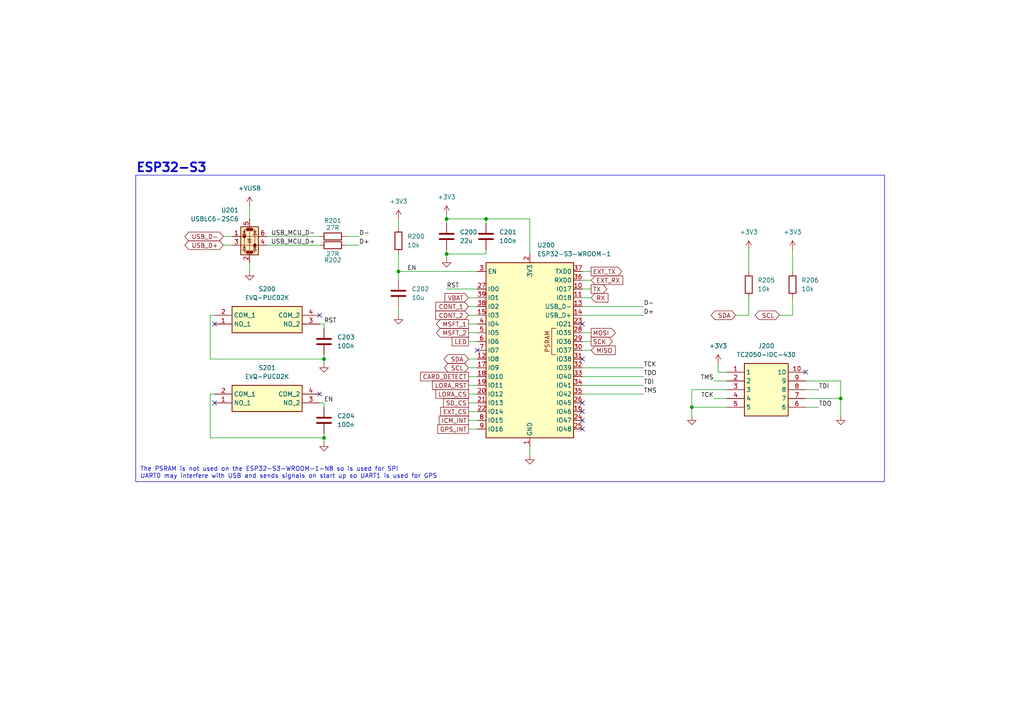
<source format=kicad_sch>
(kicad_sch (version 20250114) (generator "eeschema") (generator_version "9.0")
  (paper "A4")
  (title_block (title "ESP32-S3-WROOM-1-N8") (date "25-05-2025") (rev "0.0.1"))
  (lib_symbols
    (symbol "Device:C" (pin_numbers (hide yes)) (pin_names (offset 0.254))
      (property "Reference" "C" (at 0.635 2.54 0))
      (property "Value" "C" (at 0.635 -2.54 0))
      (symbol "C_0_1"
        (polyline (pts (xy -2.032 0.762) (xy 2.032 0.762)) (stroke (width 0.508)))
        (polyline (pts (xy -2.032 -0.762) (xy 2.032 -0.762)) (stroke (width 0.508)))
      )
      (symbol "C_1_1"
        (pin passive line (at 0 3.81 270) (length 2.794) (name "~") (number "1"))
        (pin passive line (at 0 -3.81 90) (length 2.794) (name "~") (number "2"))
      )
    )
    (symbol "Device:R" (pin_numbers (hide yes)) (pin_names (offset 0))
      (property "Reference" "R" (at 2.032 0 90))
      (property "Value" "R" (at 0 0 90))
      (symbol "R_0_1"
        (rectangle (start -1.016 -2.54) (end 1.016 2.54) (stroke (width 0.254)))
      )
      (symbol "R_1_1"
        (pin passive line (at 0 3.81 270) (length 1.27) (name "~") (number "1"))
        (pin passive line (at 0 -3.81 90) (length 1.27) (name "~") (number "2"))
      )
    )
    (symbol "Power_Protection:USBLC6-2SC6" (pin_names (hide yes))
      (property "Reference" "U" (at 0.635 5.715 0))
      (property "Value" "USBLC6-2SC6" (at 0.635 3.81 0))
      (symbol "USBLC6-2SC6_0_0"
        (circle (center -1.524 0) (radius 0.0001) (stroke (width 0.508)))
        (circle (center -0.508 2.032) (radius 0.0001) (stroke (width 0.508)))
        (circle (center -0.508 -4.572) (radius 0.0001) (stroke (width 0.508)))
        (circle (center 0.508 2.032) (radius 0.0001) (stroke (width 0.508)))
        (circle (center 0.508 -4.572) (radius 0.0001) (stroke (width 0.508)))
        (circle (center 1.524 -2.54) (radius 0.0001) (stroke (width 0.508)))
      )
      (symbol "USBLC6-2SC6_0_1"
        (polyline (pts (xy -2.54 0) (xy 2.54 0)))
        (polyline (pts (xy -2.54 -2.54) (xy 2.54 -2.54)))
        (polyline (pts (xy -2.032 0.508) (xy -1.016 0.508) (xy -1.524 1.524) (xy -2.032 0.508)))
        (polyline (pts (xy -2.032 -3.048) (xy -1.016 -3.048)))
        (polyline (pts (xy -1.016 1.524) (xy -2.032 1.524)))
        (polyline (pts (xy -1.016 -4.064) (xy -2.032 -4.064) (xy -1.524 -3.048) (xy -1.016 -4.064)))
        (polyline (pts (xy -0.508 -1.143) (xy -0.508 -0.762) (xy 0.508 -0.762)))
        (polyline (pts (xy 0 2.54) (xy -0.508 2.032) (xy 0.508 2.032) (xy 0 1.524) (xy 0 -4.064) (xy -0.508 -4.572) (xy 0.508 -4.572) (xy 0 -5.08)))
        (polyline (pts (xy 0.508 -1.778) (xy -0.508 -1.778) (xy 0 -0.762) (xy 0.508 -1.778)))
        (polyline (pts (xy 1.016 1.524) (xy 2.032 1.524)))
        (polyline (pts (xy 1.016 -3.048) (xy 2.032 -3.048)))
        (polyline (pts (xy 2.032 0.508) (xy 1.016 0.508) (xy 1.524 1.524) (xy 2.032 0.508)))
        (polyline (pts (xy 2.032 -4.064) (xy 1.016 -4.064) (xy 1.524 -3.048) (xy 2.032 -4.064)))
      )
      (symbol "USBLC6-2SC6_1_1"
        (rectangle (start -2.54 2.794) (end 2.54 -5.334) (stroke (width 0.254)) (fill (type background)))
        (polyline (pts (xy -0.508 2.032) (xy -1.524 2.032) (xy -1.524 -4.572) (xy -0.508 -4.572)))
        (polyline (pts (xy 0.508 -4.572) (xy 1.524 -4.572) (xy 1.524 2.032) (xy 0.508 2.032)))
        (pin passive line (at -5.08 0 0) (length 2.54) (name "I/O1") (number "1"))
        (pin passive line (at -5.08 -2.54 0) (length 2.54) (name "I/O2") (number "3"))
        (pin passive line (at 0 5.08 270) (length 2.54) (name "VBUS") (number "5"))
        (pin passive line (at 0 -7.62 90) (length 2.54) (name "GND") (number "2"))
        (pin passive line (at 5.08 0 180) (length 2.54) (name "I/O1") (number "6"))
        (pin passive line (at 5.08 -2.54 180) (length 2.54) (name "I/O2") (number "4"))
      )
    )
    (symbol "RF_Module:ESP32-S3-WROOM-1"
      (property "Reference" "U" (at -12.7 26.67 0))
      (property "Value" "ESP32-S3-WROOM-1" (at 12.7 26.67 0))
      (symbol "ESP32-S3-WROOM-1_0_0"
        (rectangle (start -12.7 25.4) (end 12.7 -25.4) (stroke (width 0.254)) (fill (type background)))
        (text "PSRAM" (at 5.08 2.54 900) (effects (font (size 1.27 1.27))))
      )
      (symbol "ESP32-S3-WROOM-1_0_1"
        (polyline (pts (xy 7.62 -1.27) (xy 6.35 -1.27) (xy 6.35 6.35) (xy 7.62 6.35)))
      )
      (symbol "ESP32-S3-WROOM-1_1_1"
        (pin input line (at -15.24 22.86 0) (length 2.54) (name "EN") (number "3"))
        (pin bidirectional line (at -15.24 17.78 0) (length 2.54) (name "IO0") (number "27"))
        (pin bidirectional line (at -15.24 15.24 0) (length 2.54) (name "IO1") (number "39"))
        (pin bidirectional line (at -15.24 12.7 0) (length 2.54) (name "IO2") (number "38"))
        (pin bidirectional line (at -15.24 10.16 0) (length 2.54) (name "IO3") (number "15"))
        (pin bidirectional line (at -15.24 7.62 0) (length 2.54) (name "IO4") (number "4"))
        (pin bidirectional line (at -15.24 5.08 0) (length 2.54) (name "IO5") (number "5"))
        (pin bidirectional line (at -15.24 2.54 0) (length 2.54) (name "IO6") (number "6"))
        (pin bidirectional line (at -15.24 0 0) (length 2.54) (name "IO7") (number "7"))
        (pin bidirectional line (at -15.24 -2.54 0) (length 2.54) (name "IO8") (number "12"))
        (pin bidirectional line (at -15.24 -5.08 0) (length 2.54) (name "IO9") (number "17"))
        (pin bidirectional line (at -15.24 -7.62 0) (length 2.54) (name "IO10") (number "18"))
        (pin bidirectional line (at -15.24 -10.16 0) (length 2.54) (name "IO11") (number "19"))
        (pin bidirectional line (at -15.24 -12.7 0) (length 2.54) (name "IO12") (number "20"))
        (pin bidirectional line (at -15.24 -15.24 0) (length 2.54) (name "IO13") (number "21"))
        (pin bidirectional line (at -15.24 -17.78 0) (length 2.54) (name "IO14") (number "22"))
        (pin bidirectional line (at -15.24 -20.32 0) (length 2.54) (name "IO15") (number "8"))
        (pin bidirectional line (at -15.24 -22.86 0) (length 2.54) (name "IO16") (number "9"))
        (pin power_in line (at 0 27.94 270) (length 2.54) (name "3V3") (number "2"))
        (pin power_in line (at 0 -27.94 90) (length 2.54) (name "GND") (number "1"))
        (pin passive line (at 0 -27.94 90) (length 2.54) (hide yes) (name "GND") (number "40"))
        (pin passive line (at 0 -27.94 90) (length 2.54) (hide yes) (name "GND") (number "41"))
        (pin bidirectional line (at 15.24 22.86 180) (length 2.54) (name "TXD0") (number "37"))
        (pin bidirectional line (at 15.24 20.32 180) (length 2.54) (name "RXD0") (number "36"))
        (pin bidirectional line (at 15.24 17.78 180) (length 2.54) (name "IO17") (number "10"))
        (pin bidirectional line (at 15.24 15.24 180) (length 2.54) (name "IO18") (number "11"))
        (pin bidirectional line (at 15.24 12.7 180) (length 2.54) (name "USB_D-") (number "13"))
        (pin bidirectional line (at 15.24 10.16 180) (length 2.54) (name "USB_D+") (number "14"))
        (pin bidirectional line (at 15.24 7.62 180) (length 2.54) (name "IO21") (number "23"))
        (pin bidirectional line (at 15.24 5.08 180) (length 2.54) (name "IO35") (number "28"))
        (pin bidirectional line (at 15.24 2.54 180) (length 2.54) (name "IO36") (number "29"))
        (pin bidirectional line (at 15.24 0 180) (length 2.54) (name "IO37") (number "30"))
        (pin bidirectional line (at 15.24 -2.54 180) (length 2.54) (name "IO38") (number "31"))
        (pin bidirectional line (at 15.24 -5.08 180) (length 2.54) (name "IO39") (number "32"))
        (pin bidirectional line (at 15.24 -7.62 180) (length 2.54) (name "IO40") (number "33"))
        (pin bidirectional line (at 15.24 -10.16 180) (length 2.54) (name "IO41") (number "34"))
        (pin bidirectional line (at 15.24 -12.7 180) (length 2.54) (name "IO42") (number "35"))
        (pin bidirectional line (at 15.24 -15.24 180) (length 2.54) (name "IO45") (number "26"))
        (pin bidirectional line (at 15.24 -17.78 180) (length 2.54) (name "IO46") (number "16"))
        (pin bidirectional line (at 15.24 -20.32 180) (length 2.54) (name "IO47") (number "24"))
        (pin bidirectional line (at 15.24 -22.86 180) (length 2.54) (name "IO48") (number "25"))
      )
    )
    (symbol "SamacSys_Parts:EVQ-PUC02K"
      (property "Reference" "S" (at 26.67 7.62 0))
      (property "Value" "EVQ-PUC02K" (at 26.67 5.08 0))
      (symbol "EVQ-PUC02K_1_1"
        (rectangle (start 5.08 2.54) (end 25.4 -5.08) (stroke (width 0.254)) (fill (type background)))
        (pin passive line (at 0 0 0) (length 5.08) (name "NO_2") (number "3"))
        (pin passive line (at 0 -2.54 0) (length 5.08) (name "COM_2") (number "4"))
        (pin passive line (at 30.48 0 180) (length 5.08) (name "NO_1") (number "1"))
        (pin passive line (at 30.48 -2.54 180) (length 5.08) (name "COM_1") (number "2"))
      )
    )
    (symbol "SamacSys_Parts:TC2050-IDC-430"
      (property "Reference" "J" (at 19.05 7.62 0))
      (property "Value" "TC2050-IDC-430" (at 19.05 5.08 0))
      (symbol "TC2050-IDC-430_1_1"
        (rectangle (start 5.08 2.54) (end 17.78 -12.7) (stroke (width 0.254)) (fill (type background)))
        (pin passive line (at 0 0 0) (length 5.08) (name "1") (number "1"))
        (pin passive line (at 0 -2.54 0) (length 5.08) (name "2") (number "2"))
        (pin passive line (at 0 -5.08 0) (length 5.08) (name "3") (number "3"))
        (pin passive line (at 0 -7.62 0) (length 5.08) (name "4") (number "4"))
        (pin passive line (at 0 -10.16 0) (length 5.08) (name "5") (number "5"))
        (pin passive line (at 22.86 0 180) (length 5.08) (name "10") (number "10"))
        (pin passive line (at 22.86 -2.54 180) (length 5.08) (name "9") (number "9"))
        (pin passive line (at 22.86 -5.08 180) (length 5.08) (name "8") (number "8"))
        (pin passive line (at 22.86 -7.62 180) (length 5.08) (name "7") (number "7"))
        (pin passive line (at 22.86 -10.16 180) (length 5.08) (name "6") (number "6"))
      )
    )
    (symbol "power:+3V3" (power) (pin_numbers (hide yes)) (pin_names (offset 0) (hide yes))
      (property "Value" "+3V3" (at 0 3.556 0))
      (symbol "+3V3_0_1"
        (polyline (pts (xy -0.762 1.27) (xy 0 2.54)))
        (polyline (pts (xy 0 2.54) (xy 0.762 1.27)))
        (polyline (pts (xy 0 0) (xy 0 2.54)))
      )
      (symbol "+3V3_1_1"
        (pin power_in line (at 0 0 90) (length 0) (name "~") (number "1"))
      )
    )
    (symbol "power:+5V" (power) (pin_numbers (hide yes)) (pin_names (offset 0) (hide yes))
      (property "Value" "+5V" (at 0 3.556 0))
      (symbol "+5V_0_1"
        (polyline (pts (xy -0.762 1.27) (xy 0 2.54)))
        (polyline (pts (xy 0 2.54) (xy 0.762 1.27)))
        (polyline (pts (xy 0 0) (xy 0 2.54)))
      )
      (symbol "+5V_1_1"
        (pin power_in line (at 0 0 90) (length 0) (name "~") (number "1"))
      )
    )
    (symbol "power:GND" (power) (pin_numbers (hide yes)) (pin_names (offset 0) (hide yes))
      (property "Value" "GND" (at 0 -3.81 0))
      (symbol "GND_0_1"
        (polyline (pts (xy 0 0) (xy 0 -1.27) (xy 1.27 -1.27) (xy 0 -2.54) (xy -1.27 -1.27) (xy 0 -1.27)))
      )
      (symbol "GND_1_1"
        (pin power_in line (at 0 0 270) (length 0) (name "~") (number "1"))
      )
    )
  )
  (rectangle (start 39.37 50.8) (end 256.54 139.7))
  (text "The PSRAM is not used on the ESP32-S3-WROOM-1-N8 so is used for SPI\nUART0 may interfere with USB and sends signals on start up so UART1 is used for GPS\n" (at 40.64 137.16 0) (effects (font (size 1.27 1.27)) (justify left)))
  (text "ESP32-S3\n\n" (at 39.37 50.8 0) (effects (font (size 2.54 2.54) (thickness 0.508) (bold yes)) (justify left)))
  (junction (at 93.98 104.14))
  (junction (at 115.57 78.74))
  (junction (at 93.98 127))
  (junction (at 129.54 63.5))
  (junction (at 140.97 63.5))
  (junction (at 200.66 118.11))
  (junction (at 243.84 115.57))
  (junction (at 129.54 73.66))
  (no_connect (at 233.68 107.95))
  (no_connect (at 62.23 93.98))
  (no_connect (at 168.91 116.84))
  (no_connect (at 92.71 91.44))
  (no_connect (at 138.43 101.6))
  (no_connect (at 168.91 93.98))
  (no_connect (at 168.91 124.46))
  (no_connect (at 168.91 119.38))
  (no_connect (at 62.23 116.84))
  (no_connect (at 168.91 121.92))
  (no_connect (at 168.91 104.14))
  (no_connect (at 92.71 114.3))
  (wire (pts (xy 168.91 88.9) (xy 186.69 88.9)))
  (wire (pts (xy 129.54 73.66) (xy 140.97 73.66)))
  (wire (pts (xy 140.97 63.5) (xy 153.67 63.5)))
  (wire (pts (xy 229.87 91.44) (xy 229.87 86.36)))
  (wire (pts (xy 207.01 115.57) (xy 210.82 115.57)))
  (wire (pts (xy 168.91 114.3) (xy 186.69 114.3)))
  (wire (pts (xy 129.54 83.82) (xy 138.43 83.82)))
  (wire (pts (xy 168.91 101.6) (xy 171.45 101.6)))
  (wire (pts (xy 72.39 59.69) (xy 72.39 63.5)))
  (wire (pts (xy 60.96 114.3) (xy 60.96 127)))
  (wire (pts (xy 200.66 118.11) (xy 210.82 118.11)))
  (wire (pts (xy 115.57 88.9) (xy 115.57 91.44)))
  (wire (pts (xy 60.96 114.3) (xy 62.23 114.3)))
  (wire (pts (xy 92.71 116.84) (xy 93.98 116.84)))
  (wire (pts (xy 129.54 72.39) (xy 129.54 73.66)))
  (wire (pts (xy 135.89 121.92) (xy 138.43 121.92)))
  (wire (pts (xy 135.89 99.06) (xy 138.43 99.06)))
  (wire (pts (xy 77.47 68.58) (xy 92.71 68.58)))
  (wire (pts (xy 93.98 102.87) (xy 93.98 104.14)))
  (wire (pts (xy 92.71 93.98) (xy 93.98 93.98)))
  (wire (pts (xy 168.91 86.36) (xy 171.45 86.36)))
  (wire (pts (xy 129.54 62.23) (xy 129.54 63.5)))
  (wire (pts (xy 135.89 96.52) (xy 138.43 96.52)))
  (wire (pts (xy 153.67 129.54) (xy 153.67 132.08)))
  (wire (pts (xy 168.91 83.82) (xy 171.45 83.82)))
  (wire (pts (xy 135.89 104.14) (xy 138.43 104.14)))
  (wire (pts (xy 93.98 104.14) (xy 93.98 105.41)))
  (wire (pts (xy 213.36 91.44) (xy 217.17 91.44)))
  (wire (pts (xy 140.97 63.5) (xy 140.97 64.77)))
  (wire (pts (xy 168.91 99.06) (xy 171.45 99.06)))
  (wire (pts (xy 115.57 78.74) (xy 138.43 78.74)))
  (wire (pts (xy 168.91 106.68) (xy 186.69 106.68)))
  (wire (pts (xy 115.57 78.74) (xy 115.57 81.28)))
  (wire (pts (xy 229.87 72.39) (xy 229.87 78.74)))
  (wire (pts (xy 233.68 115.57) (xy 243.84 115.57)))
  (wire (pts (xy 207.01 110.49) (xy 210.82 110.49)))
  (wire (pts (xy 129.54 64.77) (xy 129.54 63.5)))
  (wire (pts (xy 168.91 109.22) (xy 186.69 109.22)))
  (wire (pts (xy 153.67 63.5) (xy 153.67 73.66)))
  (wire (pts (xy 115.57 73.66) (xy 115.57 78.74)))
  (wire (pts (xy 60.96 91.44) (xy 62.23 91.44)))
  (wire (pts (xy 168.91 91.44) (xy 186.69 91.44)))
  (wire (pts (xy 93.98 127) (xy 93.98 128.27)))
  (wire (pts (xy 60.96 104.14) (xy 93.98 104.14)))
  (wire (pts (xy 72.39 76.2) (xy 72.39 78.74)))
  (wire (pts (xy 210.82 113.03) (xy 200.66 113.03)))
  (wire (pts (xy 135.89 93.98) (xy 138.43 93.98)))
  (wire (pts (xy 67.31 71.12) (xy 64.77 71.12)))
  (wire (pts (xy 93.98 125.73) (xy 93.98 127)))
  (wire (pts (xy 100.33 71.12) (xy 104.14 71.12)))
  (wire (pts (xy 168.91 111.76) (xy 186.69 111.76)))
  (wire (pts (xy 135.89 116.84) (xy 138.43 116.84)))
  (wire (pts (xy 140.97 72.39) (xy 140.97 73.66)))
  (wire (pts (xy 60.96 91.44) (xy 60.96 104.14)))
  (wire (pts (xy 93.98 116.84) (xy 93.98 118.11)))
  (wire (pts (xy 135.89 114.3) (xy 138.43 114.3)))
  (wire (pts (xy 243.84 110.49) (xy 233.68 110.49)))
  (wire (pts (xy 129.54 63.5) (xy 140.97 63.5)))
  (wire (pts (xy 135.89 124.46) (xy 138.43 124.46)))
  (wire (pts (xy 135.89 91.44) (xy 138.43 91.44)))
  (wire (pts (xy 243.84 120.65) (xy 243.84 115.57)))
  (wire (pts (xy 115.57 63.5) (xy 115.57 66.04)))
  (wire (pts (xy 200.66 113.03) (xy 200.66 118.11)))
  (wire (pts (xy 135.89 109.22) (xy 138.43 109.22)))
  (wire (pts (xy 233.68 118.11) (xy 237.49 118.11)))
  (wire (pts (xy 208.28 105.41) (xy 208.28 107.95)))
  (wire (pts (xy 135.89 86.36) (xy 138.43 86.36)))
  (wire (pts (xy 135.89 88.9) (xy 138.43 88.9)))
  (wire (pts (xy 200.66 118.11) (xy 200.66 120.65)))
  (wire (pts (xy 60.96 127) (xy 93.98 127)))
  (wire (pts (xy 217.17 72.39) (xy 217.17 78.74)))
  (wire (pts (xy 93.98 93.98) (xy 93.98 95.25)))
  (wire (pts (xy 135.89 119.38) (xy 138.43 119.38)))
  (wire (pts (xy 168.91 81.28) (xy 171.45 81.28)))
  (wire (pts (xy 226.06 91.44) (xy 229.87 91.44)))
  (wire (pts (xy 129.54 73.66) (xy 129.54 74.93)))
  (wire (pts (xy 135.89 111.76) (xy 138.43 111.76)))
  (wire (pts (xy 100.33 68.58) (xy 104.14 68.58)))
  (wire (pts (xy 233.68 113.03) (xy 237.49 113.03)))
  (wire (pts (xy 77.47 71.12) (xy 92.71 71.12)))
  (wire (pts (xy 217.17 91.44) (xy 217.17 86.36)))
  (wire (pts (xy 168.91 96.52) (xy 171.45 96.52)))
  (wire (pts (xy 208.28 107.95) (xy 210.82 107.95)))
  (wire (pts (xy 168.91 78.74) (xy 171.45 78.74)))
  (wire (pts (xy 135.89 106.68) (xy 138.43 106.68)))
  (wire (pts (xy 67.31 68.58) (xy 64.77 68.58)))
  (wire (pts (xy 243.84 115.57) (xy 243.84 110.49)))
  (label "TCK" (at 186.69 106.68 0))
  (label "TCK" (at 207.01 115.57 180))
  (label "RST" (at 93.98 93.98 0))
  (label "D+" (at 104.14 71.12 0))
  (label "EN" (at 93.98 116.84 0))
  (label "D+" (at 186.69 91.44 0))
  (label "TMS" (at 186.69 114.3 0))
  (label "D-" (at 104.14 68.58 0))
  (label "USB_MCU_D-" (at 91.44 68.58 180))
  (label "EN" (at 118.11 78.74 0))
  (label "TDO" (at 186.69 109.22 0))
  (label "TDI" (at 237.49 113.03 0))
  (label "TDO" (at 237.49 118.11 0))
  (label "RST" (at 129.54 83.82 0))
  (label "TMS" (at 207.01 110.49 180))
  (label "D-" (at 186.69 88.9 0))
  (label "USB_MCU_D+" (at 91.44 71.12 180))
  (label "TDI" (at 186.69 111.76 0))
  (global_label "MOSI" (shape output) (at 171.45 96.52 0) (property "Intersheetrefs" "${INTERSHEET_REFS}" (effects (hide yes))))
  (global_label "TX" (shape output) (at 171.45 83.82 0) (property "Intersheetrefs" "${INTERSHEET_REFS}" (effects (hide yes))))
  (global_label "USB_D-" (shape bidirectional) (at 64.77 68.58 180) (property "Intersheetrefs" "${INTERSHEET_REFS}" (effects (hide yes))))
  (global_label "CARD_DETECT" (shape passive) (at 135.89 109.22 180) (property "Intersheetrefs" "${INTERSHEET_REFS}" (effects (hide yes))))
  (global_label "MISO" (shape input) (at 171.45 101.6 0) (property "Intersheetrefs" "${INTERSHEET_REFS}" (effects (hide yes))))
  (global_label "ICM_INT" (shape passive) (at 135.89 121.92 180) (property "Intersheetrefs" "${INTERSHEET_REFS}" (effects (hide yes))))
  (global_label "CONT_1" (shape input) (at 135.89 88.9 180) (property "Intersheetrefs" "${INTERSHEET_REFS}" (effects (hide yes))))
  (global_label "EXT_TX" (shape output) (at 171.45 78.74 0) (property "Intersheetrefs" "${INTERSHEET_REFS}" (effects (hide yes))))
  (global_label "MSFT_2" (shape output) (at 135.89 96.52 180) (property "Intersheetrefs" "${INTERSHEET_REFS}" (effects (hide yes))))
  (global_label "RX" (shape input) (at 171.45 86.36 0) (property "Intersheetrefs" "${INTERSHEET_REFS}" (effects (hide yes))))
  (global_label "SDA" (shape bidirectional) (at 135.89 104.14 180) (property "Intersheetrefs" "${INTERSHEET_REFS}" (effects (hide yes))))
  (global_label "SCL" (shape bidirectional) (at 135.89 106.68 180) (property "Intersheetrefs" "${INTERSHEET_REFS}" (effects (hide yes))))
  (global_label "USB_D+" (shape bidirectional) (at 64.77 71.12 180) (property "Intersheetrefs" "${INTERSHEET_REFS}" (effects (hide yes))))
  (global_label "SDA" (shape bidirectional) (at 213.36 91.44 180) (property "Intersheetrefs" "${INTERSHEET_REFS}" (effects (hide yes))))
  (global_label "LORA_RST" (shape passive) (at 135.89 111.76 180) (property "Intersheetrefs" "${INTERSHEET_REFS}" (effects (hide yes))))
  (global_label "VBAT" (shape input) (at 135.89 86.36 180) (property "Intersheetrefs" "${INTERSHEET_REFS}" (effects (hide yes))))
  (global_label "CONT_2" (shape input) (at 135.89 91.44 180) (property "Intersheetrefs" "${INTERSHEET_REFS}" (effects (hide yes))))
  (global_label "EXT_CS" (shape passive) (at 135.89 119.38 180) (property "Intersheetrefs" "${INTERSHEET_REFS}" (effects (hide yes))))
  (global_label "LORA_CS" (shape passive) (at 135.89 114.3 180) (property "Intersheetrefs" "${INTERSHEET_REFS}" (effects (hide yes))))
  (global_label "LED" (shape passive) (at 135.89 99.06 180) (property "Intersheetrefs" "${INTERSHEET_REFS}" (effects (hide yes))))
  (global_label "SCL" (shape bidirectional) (at 226.06 91.44 180) (property "Intersheetrefs" "${INTERSHEET_REFS}" (effects (hide yes))))
  (global_label "EXT_RX" (shape input) (at 171.45 81.28 0) (property "Intersheetrefs" "${INTERSHEET_REFS}" (effects (hide yes))))
  (global_label "MSFT_1" (shape output) (at 135.89 93.98 180) (property "Intersheetrefs" "${INTERSHEET_REFS}" (effects (hide yes))))
  (global_label "GPS_INT" (shape passive) (at 135.89 124.46 180) (property "Intersheetrefs" "${INTERSHEET_REFS}" (effects (hide yes))))
  (global_label "SCK" (shape output) (at 171.45 99.06 0) (property "Intersheetrefs" "${INTERSHEET_REFS}" (effects (hide yes))))
  (global_label "SD_CS" (shape passive) (at 135.89 116.84 180) (property "Intersheetrefs" "${INTERSHEET_REFS}" (effects (hide yes))))
  (symbol (lib_id "Device:C") (at 129.54 68.58 0) (unit 1)
    (property "Reference" "C200" (at 133.35 67.3099 0) (effects (justify left)))
    (property "Value" "22u" (at 133.35 69.8499 0) (effects (justify left)))
    (property "Footprint" "Capacitor_SMD:C_0402_1005Metric" (effects (hide yes)))
    (property "Description" "Unpolarized capacitor" (effects (hide yes)))
  )
  (symbol (lib_id "power:GND") (at 93.98 128.27 0) (unit 1)
    (property "Reference" "#PWR0126" (effects (hide yes)))
    (property "Value" "GND" (effects (hide yes)))
    (property "Description" "Power symbol creates a global label with name \"GND\" , ground" (effects (hide yes)))
  )
  (symbol (lib_id "SamacSys_Parts:TC2050-IDC-430") (at 210.82 107.95 0) (unit 1)
    (property "Reference" "J200" (at 222.25 100.33 0))
    (property "Value" "TC2050-IDC-430" (at 222.25 102.87 0))
    (property "Footprint" "TC2050-IDC" (effects (hide yes)))
    (property "Datasheet" "https://datasheet.datasheetarchive.com/originals/distributors/Datasheets_SAMA/8a7b9a42a753a5cbaca4256ee093e59c.pdf" (effects (hide yes)))
    (property "Description" "CBL PLUG-OF-NAILS MSP430 LEG TI" (effects (hide yes)))
    (property "Manufacturer_Name" "Tag Connect" (effects (hide yes)))
    (property "Manufacturer_Part_Number" "TC2050-IDC-430" (effects (hide yes)))
  )
  (symbol (lib_id "power:GND") (at 200.66 120.65 0) (unit 1)
    (property "Reference" "#PWR0134" (effects (hide yes)))
    (property "Value" "GND" (effects (hide yes)))
    (property "Description" "Power symbol creates a global label with name \"GND\" , ground" (effects (hide yes)))
  )
  (symbol (lib_id "power:GND") (at 153.67 132.08 0) (unit 1)
    (property "Reference" "#PWR0127" (effects (hide yes)))
    (property "Value" "GND" (effects (hide yes)))
    (property "Description" "Power symbol creates a global label with name \"GND\" , ground" (effects (hide yes)))
  )
  (symbol (lib_id "Device:C") (at 93.98 121.92 0) (unit 1)
    (property "Reference" "C204" (at 97.79 120.6499 0) (effects (justify left)))
    (property "Value" "100n" (at 97.79 123.1899 0) (effects (justify left)))
    (property "Footprint" "Capacitor_SMD:C_0402_1005Metric" (effects (hide yes)))
    (property "Description" "Unpolarized capacitor" (effects (hide yes)))
  )
  (symbol (lib_id "power:GND") (at 115.57 91.44 0) (unit 1)
    (property "Reference" "#PWR0112" (effects (hide yes)))
    (property "Value" "GND" (effects (hide yes)))
    (property "Description" "Power symbol creates a global label with name \"GND\" , ground" (effects (hide yes)))
  )
  (symbol (lib_id "power:GND") (at 72.39 78.74 0) (unit 1)
    (property "Reference" "#PWR0129" (effects (hide yes)))
    (property "Value" "GND" (effects (hide yes)))
    (property "Description" "Power symbol creates a global label with name \"GND\" , ground" (effects (hide yes)))
  )
  (symbol (lib_id "Device:C") (at 140.97 68.58 0) (unit 1)
    (property "Reference" "C201" (at 144.78 67.3099 0) (effects (justify left)))
    (property "Value" "100n" (at 144.78 69.8499 0) (effects (justify left)))
    (property "Footprint" "Capacitor_SMD:C_0402_1005Metric" (effects (hide yes)))
    (property "Description" "Unpolarized capacitor" (effects (hide yes)))
  )
  (symbol (lib_id "Device:C") (at 93.98 99.06 0) (unit 1)
    (property "Reference" "C203" (at 97.79 97.7899 0) (effects (justify left)))
    (property "Value" "100n" (at 97.79 100.3299 0) (effects (justify left)))
    (property "Footprint" "Capacitor_SMD:C_0402_1005Metric" (effects (hide yes)))
    (property "Description" "Unpolarized capacitor" (effects (hide yes)))
  )
  (symbol (lib_id "SamacSys_Parts:EVQ-PUC02K") (at 92.71 116.84 180) (unit 1)
    (property "Reference" "S201" (at 77.47 106.68 0))
    (property "Value" "EVQ-PUC02K" (at 77.47 109.22 0))
    (property "Footprint" "SamacSys_Parts:EVQPUC02K" (effects (hide yes)))
    (property "Datasheet" "https://www3.panasonic.biz/ac/cdn/e/control/switch/light-touch/catalog/sw_lt_eng_smalls_side.pdf" (effects (hide yes)))
    (property "Description" "Tactile Switch SPST-NO Side Actuated Surface Mount, Right Angle" (effects (hide yes)))
    (property "Height" "1.95" (effects (hide yes)))
    (property "Manufacturer_Name" "Panasonic" (effects (hide yes)))
    (property "Manufacturer_Part_Number" "EVQ-PUC02K" (effects (hide yes)))
    (property "Mouser Part Number" "667-EVQ-PUC02K" (effects (hide yes)))
    (property "Mouser Price/Stock" "https://www.mouser.co.uk/ProductDetail/Panasonic/EVQ-PUC02K?qs=whhzBCqEXCul2KyreRT2SA%3D%3D" (effects (hide yes)))
    (property "Arrow Part Number" "EVQ-PUC02K" (effects (hide yes)))
    (property "Arrow Price/Stock" "https://www.arrow.com/en/products/evq-puc02k/panasonic?utm_currency=USD&region=europe" (effects (hide yes)))
  )
  (symbol (lib_id "RF_Module:ESP32-S3-WROOM-1") (at 153.67 101.6 0) (unit 1)
    (property "Reference" "U200" (at 155.8133 71.12 0) (effects (justify left)))
    (property "Value" "ESP32-S3-WROOM-1" (at 155.8133 73.66 0) (effects (justify left)))
    (property "Footprint" "RF_Module:ESP32-S3-WROOM-1" (effects (hide yes)))
    (property "Datasheet" "https://www.espressif.com/sites/default/files/documentation/esp32-s3-wroom-1_wroom-1u_datasheet_en.pdf" (effects (hide yes)))
    (property "Description" "RF Module, ESP32-S3 SoC, Wi-Fi 802.11b/g/n, Bluetooth, BLE, 32-bit, 3.3V, onboard antenna, SMD" (effects (hide yes)))
  )
  (symbol (lib_id "power:+3V3") (at 217.17 72.39 0) (unit 1)
    (property "Reference" "#PWR089" (effects (hide yes)))
    (property "Value" "+3V3" (at 217.17 67.31 0))
    (property "Description" "Power symbol creates a global label with name \"+3V3\"" (effects (hide yes)))
  )
  (symbol (lib_id "power:+3V3") (at 208.28 105.41 0) (unit 1)
    (property "Reference" "#PWR091" (effects (hide yes)))
    (property "Value" "+3V3" (at 208.28 100.33 0))
    (property "Description" "Power symbol creates a global label with name \"+3V3\"" (effects (hide yes)))
  )
  (symbol (lib_id "power:+3V3") (at 129.54 62.23 0) (unit 1)
    (property "Reference" "#PWR087" (effects (hide yes)))
    (property "Value" "+3V3" (at 129.54 57.15 0))
    (property "Description" "Power symbol creates a global label with name \"+3V3\"" (effects (hide yes)))
  )
  (symbol (lib_id "Device:R") (at 96.52 68.58 90) (mirror x) (unit 1)
    (property "Reference" "R201" (at 96.52 64.008 90))
    (property "Value" "27R" (at 96.52 66.04 90))
    (property "Footprint" "Resistor_SMD:R_0402_1005Metric" (effects (hide yes)))
    (property "Description" "Resistor" (effects (hide yes)))
  )
  (symbol (lib_id "Device:R") (at 115.57 69.85 180) (unit 1)
    (property "Reference" "R200" (at 118.11 68.5799 0) (effects (justify right)))
    (property "Value" "10k" (at 118.11 71.1199 0) (effects (justify right)))
    (property "Footprint" "Resistor_SMD:R_0402_1005Metric" (effects (hide yes)))
    (property "Description" "Resistor" (effects (hide yes)))
  )
  (symbol (lib_id "Device:C") (at 115.57 85.09 0) (unit 1)
    (property "Reference" "C202" (at 119.38 83.8199 0) (effects (justify left)))
    (property "Value" "10u" (at 119.38 86.3599 0) (effects (justify left)))
    (property "Footprint" "Capacitor_SMD:C_0402_1005Metric" (effects (hide yes)))
    (property "Description" "Unpolarized capacitor" (effects (hide yes)))
  )
  (symbol (lib_id "Device:R") (at 217.17 82.55 180) (unit 1)
    (property "Reference" "R205" (at 219.71 81.2799 0) (effects (justify right)))
    (property "Value" "10k" (at 219.71 83.8199 0) (effects (justify right)))
    (property "Footprint" "Resistor_SMD:R_0402_1005Metric" (effects (hide yes)))
    (property "Description" "Resistor" (effects (hide yes)))
  )
  (symbol (lib_id "power:+3V3") (at 115.57 63.5 0) (unit 1)
    (property "Reference" "#PWR088" (effects (hide yes)))
    (property "Value" "+3V3" (at 115.57 58.42 0))
    (property "Description" "Power symbol creates a global label with name \"+3V3\"" (effects (hide yes)))
  )
  (symbol (lib_id "Device:R") (at 229.87 82.55 180) (unit 1)
    (property "Reference" "R206" (at 232.41 81.2799 0) (effects (justify right)))
    (property "Value" "10k" (at 232.41 83.8199 0) (effects (justify right)))
    (property "Footprint" "Resistor_SMD:R_0402_1005Metric" (effects (hide yes)))
    (property "Description" "Resistor" (effects (hide yes)))
  )
  (symbol (lib_id "power:GND") (at 93.98 105.41 0) (unit 1)
    (property "Reference" "#PWR0125" (effects (hide yes)))
    (property "Value" "GND" (effects (hide yes)))
    (property "Description" "Power symbol creates a global label with name \"GND\" , ground" (effects (hide yes)))
  )
  (symbol (lib_id "power:GND") (at 129.54 74.93 0) (unit 1)
    (property "Reference" "#PWR0110" (effects (hide yes)))
    (property "Value" "GND" (effects (hide yes)))
    (property "Description" "Power symbol creates a global label with name \"GND\" , ground" (effects (hide yes)))
  )
  (symbol (lib_id "Power_Protection:USBLC6-2SC6") (at 72.39 68.58 0) (unit 1)
    (property "Reference" "U201" (at 69.2719 60.96 0) (effects (justify right)))
    (property "Value" "USBLC6-2SC6" (at 69.2719 63.5 0) (effects (justify right)))
    (property "Footprint" "Package_TO_SOT_SMD:SOT-23-6" (effects (hide yes)))
    (property "Datasheet" "https://www.st.com/resource/en/datasheet/usblc6-2.pdf" (effects (hide yes)))
    (property "Description" "Very low capacitance ESD protection diode, 2 data-line, SOT-23-6" (effects (hide yes)))
  )
  (symbol (lib_id "power:GND") (at 243.84 120.65 0) (unit 1)
    (property "Reference" "#PWR0146" (effects (hide yes)))
    (property "Value" "GND" (effects (hide yes)))
    (property "Description" "Power symbol creates a global label with name \"GND\" , ground" (effects (hide yes)))
  )
  (symbol (lib_id "power:+3V3") (at 229.87 72.39 0) (unit 1)
    (property "Reference" "#PWR090" (effects (hide yes)))
    (property "Value" "+3V3" (at 229.87 67.31 0))
    (property "Description" "Power symbol creates a global label with name \"+3V3\"" (effects (hide yes)))
  )
  (symbol (lib_id "Device:R") (at 96.52 71.12 90) (mirror x) (unit 1)
    (property "Reference" "R202" (at 96.52 75.438 90))
    (property "Value" "27R" (at 96.52 73.66 90))
    (property "Footprint" "Resistor_SMD:R_0402_1005Metric" (effects (hide yes)))
    (property "Description" "Resistor" (effects (hide yes)))
  )
  (symbol (lib_id "SamacSys_Parts:EVQ-PUC02K") (at 92.71 93.98 180) (unit 1)
    (property "Reference" "S200" (at 77.47 83.82 0))
    (property "Value" "EVQ-PUC02K" (at 77.47 86.36 0))
    (property "Footprint" "SamacSys_Parts:EVQPUC02K" (effects (hide yes)))
    (property "Datasheet" "https://www3.panasonic.biz/ac/cdn/e/control/switch/light-touch/catalog/sw_lt_eng_smalls_side.pdf" (effects (hide yes)))
    (property "Description" "Tactile Switch SPST-NO Side Actuated Surface Mount, Right Angle" (effects (hide yes)))
    (property "Height" "1.95" (effects (hide yes)))
    (property "Manufacturer_Name" "Panasonic" (effects (hide yes)))
    (property "Manufacturer_Part_Number" "EVQ-PUC02K" (effects (hide yes)))
    (property "Mouser Part Number" "667-EVQ-PUC02K" (effects (hide yes)))
    (property "Mouser Price/Stock" "https://www.mouser.co.uk/ProductDetail/Panasonic/EVQ-PUC02K?qs=whhzBCqEXCul2KyreRT2SA%3D%3D" (effects (hide yes)))
    (property "Arrow Part Number" "EVQ-PUC02K" (effects (hide yes)))
    (property "Arrow Price/Stock" "https://www.arrow.com/en/products/evq-puc02k/panasonic?utm_currency=USD&region=europe" (effects (hide yes)))
  )
  (symbol (lib_id "power:+5V") (at 72.39 59.69 0) (unit 1)
    (property "Reference" "#PWR0128" (effects (hide yes)))
    (property "Value" "+VUSB" (at 72.39 54.61 0))
    (property "Description" "Power symbol creates a global label with name \"+5V\"" (effects (hide yes)))
  )
)
</source>
